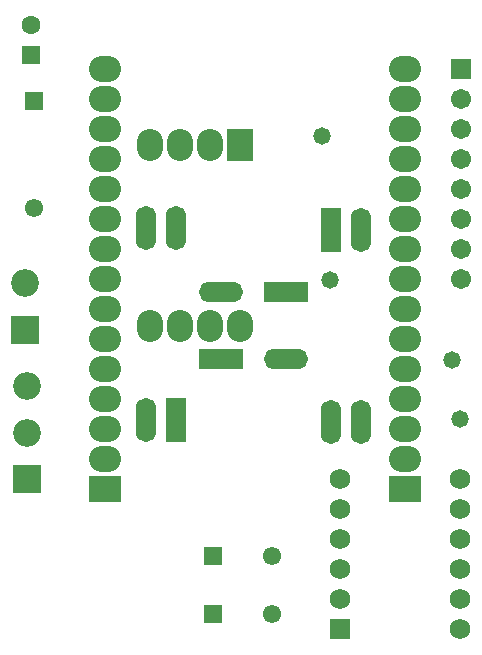
<source format=gbr>
G04*
G04 #@! TF.GenerationSoftware,Altium Limited,Altium Designer,25.0.2 (28)*
G04*
G04 Layer_Color=16711935*
%FSLAX44Y44*%
%MOMM*%
G71*
G04*
G04 #@! TF.SameCoordinates,4711C13A-52D9-45D7-B3A0-D515BE669C82*
G04*
G04*
G04 #@! TF.FilePolarity,Negative*
G04*
G01*
G75*
%ADD22O,2.7032X2.2032*%
%ADD23R,2.7032X2.2032*%
%ADD24C,2.3532*%
%ADD25R,2.3532X2.3532*%
%ADD26C,1.7272*%
%ADD27R,1.7272X1.7272*%
%ADD28O,2.2032X2.7032*%
%ADD29R,2.2032X2.7032*%
%ADD30R,1.5532X1.5532*%
%ADD31C,1.5532*%
%ADD32C,1.7032*%
%ADD33R,1.7032X1.7032*%
%ADD34C,1.6032*%
%ADD35R,1.6032X1.6032*%
%ADD36R,1.5532X1.5532*%
%ADD37C,1.4732*%
%ADD59O,1.7272X3.7432*%
%ADD60R,1.7272X3.7432*%
%ADD61R,3.7432X1.7272*%
%ADD62O,3.7432X1.7272*%
D22*
X1158500Y1330800D02*
D03*
Y1305400D02*
D03*
Y1280000D02*
D03*
Y1254600D02*
D03*
Y1229200D02*
D03*
Y1203800D02*
D03*
Y1178400D02*
D03*
Y1153000D02*
D03*
Y1127600D02*
D03*
Y1102200D02*
D03*
Y1076800D02*
D03*
Y1051400D02*
D03*
Y1026000D02*
D03*
Y1000600D02*
D03*
X904500Y1051400D02*
D03*
Y1330800D02*
D03*
Y1305400D02*
D03*
Y1280000D02*
D03*
Y1254600D02*
D03*
Y1229200D02*
D03*
Y1203800D02*
D03*
Y1178400D02*
D03*
Y1153000D02*
D03*
Y1127600D02*
D03*
Y1102200D02*
D03*
Y1076800D02*
D03*
Y1026000D02*
D03*
Y1000600D02*
D03*
D23*
X1158500Y975200D02*
D03*
X904500D02*
D03*
D24*
X838750Y1062350D02*
D03*
Y1022750D02*
D03*
X837250Y1149000D02*
D03*
D25*
X838750Y983150D02*
D03*
X837250Y1109400D02*
D03*
D26*
X1205350Y983250D02*
D03*
Y957850D02*
D03*
Y932450D02*
D03*
Y907050D02*
D03*
Y881650D02*
D03*
Y856250D02*
D03*
X1103750Y957850D02*
D03*
Y881650D02*
D03*
Y983250D02*
D03*
Y932450D02*
D03*
Y907050D02*
D03*
D27*
Y856250D02*
D03*
D28*
X943050Y1113100D02*
D03*
X968450D02*
D03*
X993850D02*
D03*
X1019250D02*
D03*
X943050Y1266500D02*
D03*
X968450D02*
D03*
X993850D02*
D03*
D29*
X1019250D02*
D03*
D30*
X995750Y918250D02*
D03*
Y869000D02*
D03*
D31*
X1045750Y918250D02*
D03*
Y869000D02*
D03*
X844250Y1213250D02*
D03*
D32*
X1206000Y1153050D02*
D03*
Y1178450D02*
D03*
Y1203850D02*
D03*
Y1229250D02*
D03*
Y1254650D02*
D03*
Y1280050D02*
D03*
Y1305450D02*
D03*
D33*
Y1330850D02*
D03*
D34*
X841750Y1368201D02*
D03*
D35*
Y1342800D02*
D03*
D36*
X844250Y1303250D02*
D03*
D37*
X1088000Y1273750D02*
D03*
X1095500Y1152000D02*
D03*
X1205350Y1034422D02*
D03*
X1198626Y1084580D02*
D03*
D59*
X1121500Y1031440D02*
D03*
X1096100D02*
D03*
X1121500Y1194000D02*
D03*
X939750Y1033000D02*
D03*
X965150Y1195560D02*
D03*
X939750D02*
D03*
D60*
X1096100Y1194000D02*
D03*
X965150Y1033000D02*
D03*
D61*
X1003000Y1085000D02*
D03*
X1058250Y1142000D02*
D03*
D62*
X1003000D02*
D03*
X1058250Y1085000D02*
D03*
M02*

</source>
